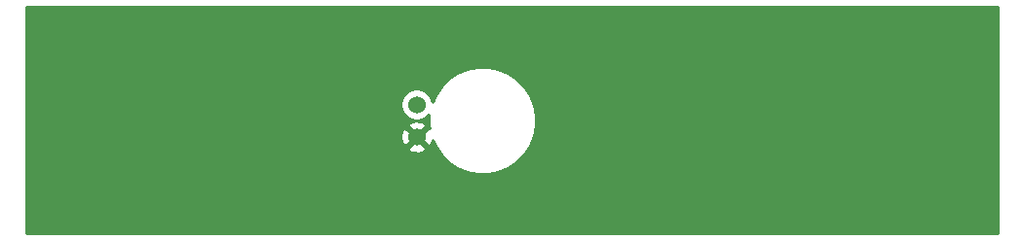
<source format=gbl>
%TF.GenerationSoftware,KiCad,Pcbnew,(5.1.9-0-10_14)*%
%TF.CreationDate,2021-09-11T10:50:20-05:00*%
%TF.ProjectId,OwlSat_Zbot_Panel,4f776c53-6174-45f5-9a62-6f745f50616e,rev?*%
%TF.SameCoordinates,Original*%
%TF.FileFunction,Copper,L2,Bot*%
%TF.FilePolarity,Positive*%
%FSLAX46Y46*%
G04 Gerber Fmt 4.6, Leading zero omitted, Abs format (unit mm)*
G04 Created by KiCad (PCBNEW (5.1.9-0-10_14)) date 2021-09-11 10:50:20*
%MOMM*%
%LPD*%
G01*
G04 APERTURE LIST*
%TA.AperFunction,ComponentPad*%
%ADD10C,1.524000*%
%TD*%
%TA.AperFunction,ViaPad*%
%ADD11C,0.800000*%
%TD*%
%TA.AperFunction,Conductor*%
%ADD12C,0.254000*%
%TD*%
%TA.AperFunction,Conductor*%
%ADD13C,0.100000*%
%TD*%
G04 APERTURE END LIST*
D10*
%TO.P,REF\u002A\u002A,2*%
%TO.N,Net-(U1-Pad2)*%
X143950000Y-83640000D03*
%TO.P,REF\u002A\u002A,1*%
%TO.N,Net-(U1-Pad1)*%
X143930000Y-80810000D03*
%TD*%
D11*
%TO.N,Net-(U1-Pad2)*%
X148910000Y-73260000D03*
X148920000Y-74490000D03*
X148920000Y-75820000D03*
X150370000Y-88350000D03*
X150380000Y-89570000D03*
X150380000Y-90830000D03*
%TD*%
D12*
%TO.N,Net-(U1-Pad2)*%
X194463000Y-91993000D02*
X109977000Y-91993000D01*
X109977000Y-84605565D01*
X143164040Y-84605565D01*
X143231020Y-84845656D01*
X143480048Y-84962756D01*
X143747135Y-85029023D01*
X144022017Y-85041910D01*
X144294133Y-85000922D01*
X144553023Y-84907636D01*
X144668980Y-84845656D01*
X144735960Y-84605565D01*
X143950000Y-83819605D01*
X143164040Y-84605565D01*
X109977000Y-84605565D01*
X109977000Y-83712017D01*
X142548090Y-83712017D01*
X142589078Y-83984133D01*
X142682364Y-84243023D01*
X142744344Y-84358980D01*
X142984435Y-84425960D01*
X143770395Y-83640000D01*
X142984435Y-82854040D01*
X142744344Y-82921020D01*
X142627244Y-83170048D01*
X142560977Y-83437135D01*
X142548090Y-83712017D01*
X109977000Y-83712017D01*
X109977000Y-82674435D01*
X143164040Y-82674435D01*
X143950000Y-83460395D01*
X144735960Y-82674435D01*
X144668980Y-82434344D01*
X144419952Y-82317244D01*
X144152865Y-82250977D01*
X143877983Y-82238090D01*
X143605867Y-82279078D01*
X143346977Y-82372364D01*
X143231020Y-82434344D01*
X143164040Y-82674435D01*
X109977000Y-82674435D01*
X109977000Y-80672408D01*
X142533000Y-80672408D01*
X142533000Y-80947592D01*
X142586686Y-81217490D01*
X142691995Y-81471727D01*
X142844880Y-81700535D01*
X143039465Y-81895120D01*
X143268273Y-82048005D01*
X143522510Y-82153314D01*
X143792408Y-82207000D01*
X144067592Y-82207000D01*
X144337490Y-82153314D01*
X144591727Y-82048005D01*
X144820535Y-81895120D01*
X145015120Y-81700535D01*
X145022979Y-81688773D01*
X145012535Y-81741280D01*
X145012535Y-82658720D01*
X145059366Y-82894157D01*
X144915565Y-82854040D01*
X144129605Y-83640000D01*
X144915565Y-84425960D01*
X145155656Y-84358980D01*
X145272756Y-84109952D01*
X145327886Y-83887752D01*
X145542608Y-84406137D01*
X146052311Y-85168961D01*
X146701039Y-85817689D01*
X147463863Y-86327392D01*
X148311468Y-86678481D01*
X149211280Y-86857465D01*
X150128720Y-86857465D01*
X151028532Y-86678481D01*
X151876137Y-86327392D01*
X152638961Y-85817689D01*
X153287689Y-85168961D01*
X153797392Y-84406137D01*
X154148481Y-83558532D01*
X154327465Y-82658720D01*
X154327465Y-81741280D01*
X154148481Y-80841468D01*
X153797392Y-79993863D01*
X153287689Y-79231039D01*
X152638961Y-78582311D01*
X151876137Y-78072608D01*
X151028532Y-77721519D01*
X150128720Y-77542535D01*
X149211280Y-77542535D01*
X148311468Y-77721519D01*
X147463863Y-78072608D01*
X146701039Y-78582311D01*
X146052311Y-79231039D01*
X145542608Y-79993863D01*
X145305765Y-80565653D01*
X145273314Y-80402510D01*
X145168005Y-80148273D01*
X145015120Y-79919465D01*
X144820535Y-79724880D01*
X144591727Y-79571995D01*
X144337490Y-79466686D01*
X144067592Y-79413000D01*
X143792408Y-79413000D01*
X143522510Y-79466686D01*
X143268273Y-79571995D01*
X143039465Y-79724880D01*
X142844880Y-79919465D01*
X142691995Y-80148273D01*
X142586686Y-80402510D01*
X142533000Y-80672408D01*
X109977000Y-80672408D01*
X109977000Y-72337000D01*
X194463000Y-72337000D01*
X194463000Y-91993000D01*
%TA.AperFunction,Conductor*%
D13*
G36*
X194463000Y-91993000D02*
G01*
X109977000Y-91993000D01*
X109977000Y-84605565D01*
X143164040Y-84605565D01*
X143231020Y-84845656D01*
X143480048Y-84962756D01*
X143747135Y-85029023D01*
X144022017Y-85041910D01*
X144294133Y-85000922D01*
X144553023Y-84907636D01*
X144668980Y-84845656D01*
X144735960Y-84605565D01*
X143950000Y-83819605D01*
X143164040Y-84605565D01*
X109977000Y-84605565D01*
X109977000Y-83712017D01*
X142548090Y-83712017D01*
X142589078Y-83984133D01*
X142682364Y-84243023D01*
X142744344Y-84358980D01*
X142984435Y-84425960D01*
X143770395Y-83640000D01*
X142984435Y-82854040D01*
X142744344Y-82921020D01*
X142627244Y-83170048D01*
X142560977Y-83437135D01*
X142548090Y-83712017D01*
X109977000Y-83712017D01*
X109977000Y-82674435D01*
X143164040Y-82674435D01*
X143950000Y-83460395D01*
X144735960Y-82674435D01*
X144668980Y-82434344D01*
X144419952Y-82317244D01*
X144152865Y-82250977D01*
X143877983Y-82238090D01*
X143605867Y-82279078D01*
X143346977Y-82372364D01*
X143231020Y-82434344D01*
X143164040Y-82674435D01*
X109977000Y-82674435D01*
X109977000Y-80672408D01*
X142533000Y-80672408D01*
X142533000Y-80947592D01*
X142586686Y-81217490D01*
X142691995Y-81471727D01*
X142844880Y-81700535D01*
X143039465Y-81895120D01*
X143268273Y-82048005D01*
X143522510Y-82153314D01*
X143792408Y-82207000D01*
X144067592Y-82207000D01*
X144337490Y-82153314D01*
X144591727Y-82048005D01*
X144820535Y-81895120D01*
X145015120Y-81700535D01*
X145022979Y-81688773D01*
X145012535Y-81741280D01*
X145012535Y-82658720D01*
X145059366Y-82894157D01*
X144915565Y-82854040D01*
X144129605Y-83640000D01*
X144915565Y-84425960D01*
X145155656Y-84358980D01*
X145272756Y-84109952D01*
X145327886Y-83887752D01*
X145542608Y-84406137D01*
X146052311Y-85168961D01*
X146701039Y-85817689D01*
X147463863Y-86327392D01*
X148311468Y-86678481D01*
X149211280Y-86857465D01*
X150128720Y-86857465D01*
X151028532Y-86678481D01*
X151876137Y-86327392D01*
X152638961Y-85817689D01*
X153287689Y-85168961D01*
X153797392Y-84406137D01*
X154148481Y-83558532D01*
X154327465Y-82658720D01*
X154327465Y-81741280D01*
X154148481Y-80841468D01*
X153797392Y-79993863D01*
X153287689Y-79231039D01*
X152638961Y-78582311D01*
X151876137Y-78072608D01*
X151028532Y-77721519D01*
X150128720Y-77542535D01*
X149211280Y-77542535D01*
X148311468Y-77721519D01*
X147463863Y-78072608D01*
X146701039Y-78582311D01*
X146052311Y-79231039D01*
X145542608Y-79993863D01*
X145305765Y-80565653D01*
X145273314Y-80402510D01*
X145168005Y-80148273D01*
X145015120Y-79919465D01*
X144820535Y-79724880D01*
X144591727Y-79571995D01*
X144337490Y-79466686D01*
X144067592Y-79413000D01*
X143792408Y-79413000D01*
X143522510Y-79466686D01*
X143268273Y-79571995D01*
X143039465Y-79724880D01*
X142844880Y-79919465D01*
X142691995Y-80148273D01*
X142586686Y-80402510D01*
X142533000Y-80672408D01*
X109977000Y-80672408D01*
X109977000Y-72337000D01*
X194463000Y-72337000D01*
X194463000Y-91993000D01*
G37*
%TD.AperFunction*%
%TD*%
M02*

</source>
